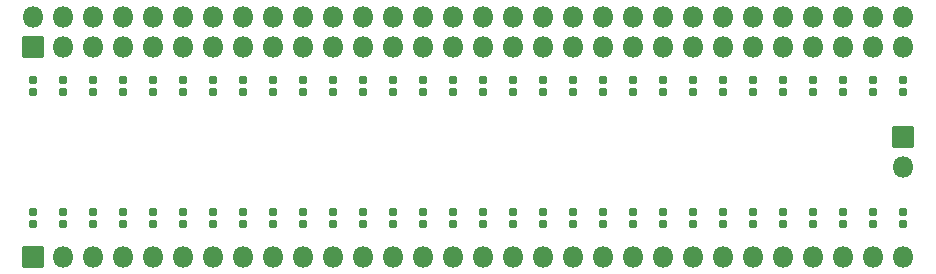
<source format=gbr>
%TF.GenerationSoftware,KiCad,Pcbnew,6.0.7+dfsg-1~bpo11+1*%
%TF.CreationDate,2022-10-18T02:59:46+00:00*%
%TF.ProjectId,0204-OUTLETS,30323034-2d4f-4555-944c-4554532e6b69,V1.0*%
%TF.SameCoordinates,Original*%
%TF.FileFunction,Soldermask,Top*%
%TF.FilePolarity,Negative*%
%FSLAX46Y46*%
G04 Gerber Fmt 4.6, Leading zero omitted, Abs format (unit mm)*
G04 Created by KiCad (PCBNEW 6.0.7+dfsg-1~bpo11+1) date 2022-10-18 02:59:46*
%MOMM*%
%LPD*%
G01*
G04 APERTURE LIST*
G04 Aperture macros list*
%AMRoundRect*
0 Rectangle with rounded corners*
0 $1 Rounding radius*
0 $2 $3 $4 $5 $6 $7 $8 $9 X,Y pos of 4 corners*
0 Add a 4 corners polygon primitive as box body*
4,1,4,$2,$3,$4,$5,$6,$7,$8,$9,$2,$3,0*
0 Add four circle primitives for the rounded corners*
1,1,$1+$1,$2,$3*
1,1,$1+$1,$4,$5*
1,1,$1+$1,$6,$7*
1,1,$1+$1,$8,$9*
0 Add four rect primitives between the rounded corners*
20,1,$1+$1,$2,$3,$4,$5,0*
20,1,$1+$1,$4,$5,$6,$7,0*
20,1,$1+$1,$6,$7,$8,$9,0*
20,1,$1+$1,$8,$9,$2,$3,0*%
G04 Aperture macros list end*
%ADD10RoundRect,0.185000X0.185000X-0.135000X0.185000X0.135000X-0.185000X0.135000X-0.185000X-0.135000X0*%
%ADD11RoundRect,0.050000X0.850000X-0.850000X0.850000X0.850000X-0.850000X0.850000X-0.850000X-0.850000X0*%
%ADD12O,1.800000X1.800000*%
%ADD13RoundRect,0.050000X-0.850000X-0.850000X0.850000X-0.850000X0.850000X0.850000X-0.850000X0.850000X0*%
G04 APERTURE END LIST*
D10*
%TO.C,R15*%
X12220000Y4062000D03*
X12220000Y5082000D03*
%TD*%
%TO.C,R44*%
X60480000Y15238000D03*
X60480000Y16258000D03*
%TD*%
%TO.C,R40*%
X50320000Y4062000D03*
X50320000Y5082000D03*
%TD*%
%TO.C,R10*%
X24920000Y15238000D03*
X24920000Y16258000D03*
%TD*%
%TO.C,R17*%
X17300000Y4062000D03*
X17300000Y5082000D03*
%TD*%
%TO.C,R21*%
X27460000Y15238000D03*
X27460000Y16258000D03*
%TD*%
%TO.C,R50*%
X75720000Y15238000D03*
X75720000Y16258000D03*
%TD*%
%TO.C,R53*%
X57940000Y4062000D03*
X57940000Y5082000D03*
%TD*%
D11*
%TO.C,J1*%
X2060000Y1270000D03*
D12*
X4600000Y1270000D03*
X7140000Y1270000D03*
X9680000Y1270000D03*
X12220000Y1270000D03*
X14760000Y1270000D03*
X17300000Y1270000D03*
X19840000Y1270000D03*
X22380000Y1270000D03*
X24920000Y1270000D03*
X27460000Y1270000D03*
X30000000Y1270000D03*
X32540000Y1270000D03*
X35080000Y1270000D03*
X37620000Y1270000D03*
X40160000Y1270000D03*
X42700000Y1270000D03*
X45240000Y1270000D03*
X47780000Y1270000D03*
X50320000Y1270000D03*
X52860000Y1270000D03*
X55400000Y1270000D03*
X57940000Y1270000D03*
X60480000Y1270000D03*
X63020000Y1270000D03*
X65560000Y1270000D03*
X68100000Y1270000D03*
X70640000Y1270000D03*
X73180000Y1270000D03*
X75720000Y1270000D03*
%TD*%
D10*
%TO.C,R20*%
X24920000Y4062000D03*
X24920000Y5082000D03*
%TD*%
%TO.C,R45*%
X63020000Y15238000D03*
X63020000Y16258000D03*
%TD*%
%TO.C,R24*%
X35080000Y15238000D03*
X35080000Y16258000D03*
%TD*%
%TO.C,R19*%
X22380000Y4062000D03*
X22380000Y5082000D03*
%TD*%
%TO.C,R18*%
X19840000Y4062000D03*
X19840000Y5082000D03*
%TD*%
%TO.C,R37*%
X42700000Y4062000D03*
X42700000Y5082000D03*
%TD*%
%TO.C,R28*%
X45240000Y15238000D03*
X45240000Y16258000D03*
%TD*%
%TO.C,R22*%
X30000000Y15238000D03*
X30000000Y16258000D03*
%TD*%
%TO.C,R47*%
X68100000Y15238000D03*
X68100000Y16258000D03*
%TD*%
%TO.C,R23*%
X32540000Y15238000D03*
X32540000Y16258000D03*
%TD*%
%TO.C,R59*%
X73180000Y4062000D03*
X73180000Y5082000D03*
%TD*%
%TO.C,R6*%
X14760000Y15238000D03*
X14760000Y16258000D03*
%TD*%
%TO.C,R2*%
X4600000Y15238000D03*
X4600000Y16258000D03*
%TD*%
%TO.C,R7*%
X17300000Y15238000D03*
X17300000Y16258000D03*
%TD*%
%TO.C,R31*%
X27460000Y4062000D03*
X27460000Y5082000D03*
%TD*%
%TO.C,R13*%
X7140000Y4062000D03*
X7140000Y5082000D03*
%TD*%
%TO.C,R42*%
X55400000Y15238000D03*
X55400000Y16258000D03*
%TD*%
%TO.C,R11*%
X2060000Y4062000D03*
X2060000Y5082000D03*
%TD*%
%TO.C,R49*%
X73180000Y15238000D03*
X73180000Y16258000D03*
%TD*%
%TO.C,R32*%
X30000000Y4062000D03*
X30000000Y5082000D03*
%TD*%
%TO.C,R29*%
X47780000Y15238000D03*
X47780000Y16258000D03*
%TD*%
%TO.C,R43*%
X57940000Y15238000D03*
X57940000Y16258000D03*
%TD*%
%TO.C,R9*%
X22380000Y15238000D03*
X22380000Y16258000D03*
%TD*%
%TO.C,R30*%
X50320000Y15238000D03*
X50320000Y16258000D03*
%TD*%
%TO.C,R34*%
X35080000Y4062000D03*
X35080000Y5082000D03*
%TD*%
%TO.C,R60*%
X75720000Y4062000D03*
X75720000Y5082000D03*
%TD*%
%TO.C,R54*%
X60480000Y4062000D03*
X60480000Y5082000D03*
%TD*%
%TO.C,R57*%
X68100000Y4062000D03*
X68100000Y5082000D03*
%TD*%
%TO.C,R12*%
X4600000Y4062000D03*
X4600000Y5082000D03*
%TD*%
%TO.C,R39*%
X47780000Y4062000D03*
X47780000Y5082000D03*
%TD*%
%TO.C,R41*%
X52860000Y15238000D03*
X52860000Y16258000D03*
%TD*%
%TO.C,R36*%
X40160000Y4062000D03*
X40160000Y5082000D03*
%TD*%
%TO.C,R46*%
X65560000Y15238000D03*
X65560000Y16258000D03*
%TD*%
%TO.C,R1*%
X2060000Y15238000D03*
X2060000Y16258000D03*
%TD*%
%TO.C,R4*%
X9680000Y15238000D03*
X9680000Y16258000D03*
%TD*%
%TO.C,R5*%
X12220000Y15238000D03*
X12220000Y16258000D03*
%TD*%
%TO.C,R26*%
X40160000Y15238000D03*
X40160000Y16258000D03*
%TD*%
%TO.C,R51*%
X52860000Y4062000D03*
X52860000Y5082000D03*
%TD*%
%TO.C,R38*%
X45240000Y4062000D03*
X45240000Y5082000D03*
%TD*%
%TO.C,R48*%
X70640000Y15238000D03*
X70640000Y16258000D03*
%TD*%
%TO.C,R52*%
X55400000Y4062000D03*
X55400000Y5082000D03*
%TD*%
%TO.C,R25*%
X37620000Y15238000D03*
X37620000Y16258000D03*
%TD*%
D13*
%TO.C,J3*%
X75720000Y11435000D03*
D12*
X75720000Y8895000D03*
%TD*%
D10*
%TO.C,R56*%
X65560000Y4062000D03*
X65560000Y5082000D03*
%TD*%
D11*
%TO.C,J2*%
X2060000Y19050000D03*
D12*
X2060000Y21590000D03*
X4600000Y19050000D03*
X4600000Y21590000D03*
X7140000Y19050000D03*
X7140000Y21590000D03*
X9680000Y19050000D03*
X9680000Y21590000D03*
X12220000Y19050000D03*
X12220000Y21590000D03*
X14760000Y19050000D03*
X14760000Y21590000D03*
X17300000Y19050000D03*
X17300000Y21590000D03*
X19840000Y19050000D03*
X19840000Y21590000D03*
X22380000Y19050000D03*
X22380000Y21590000D03*
X24920000Y19050000D03*
X24920000Y21590000D03*
X27460000Y19050000D03*
X27460000Y21590000D03*
X30000000Y19050000D03*
X30000000Y21590000D03*
X32540000Y19050000D03*
X32540000Y21590000D03*
X35080000Y19050000D03*
X35080000Y21590000D03*
X37620000Y19050000D03*
X37620000Y21590000D03*
X40160000Y19050000D03*
X40160000Y21590000D03*
X42700000Y19050000D03*
X42700000Y21590000D03*
X45240000Y19050000D03*
X45240000Y21590000D03*
X47780000Y19050000D03*
X47780000Y21590000D03*
X50320000Y19050000D03*
X50320000Y21590000D03*
X52860000Y19050000D03*
X52860000Y21590000D03*
X55400000Y19050000D03*
X55400000Y21590000D03*
X57940000Y19050000D03*
X57940000Y21590000D03*
X60480000Y19050000D03*
X60480000Y21590000D03*
X63020000Y19050000D03*
X63020000Y21590000D03*
X65560000Y19050000D03*
X65560000Y21590000D03*
X68100000Y19050000D03*
X68100000Y21590000D03*
X70640000Y19050000D03*
X70640000Y21590000D03*
X73180000Y19050000D03*
X73180000Y21590000D03*
X75720000Y19050000D03*
X75720000Y21590000D03*
%TD*%
D10*
%TO.C,R14*%
X9680000Y4062000D03*
X9680000Y5082000D03*
%TD*%
%TO.C,R16*%
X14760000Y4062000D03*
X14760000Y5082000D03*
%TD*%
%TO.C,R27*%
X42700000Y15238000D03*
X42700000Y16258000D03*
%TD*%
%TO.C,R33*%
X32540000Y4062000D03*
X32540000Y5082000D03*
%TD*%
%TO.C,R58*%
X70640000Y4062000D03*
X70640000Y5082000D03*
%TD*%
%TO.C,R3*%
X7140000Y15238000D03*
X7140000Y16258000D03*
%TD*%
%TO.C,R35*%
X37620000Y4062000D03*
X37620000Y5082000D03*
%TD*%
%TO.C,R55*%
X63020000Y4062000D03*
X63020000Y5082000D03*
%TD*%
%TO.C,R8*%
X19840000Y15238000D03*
X19840000Y16258000D03*
%TD*%
M02*

</source>
